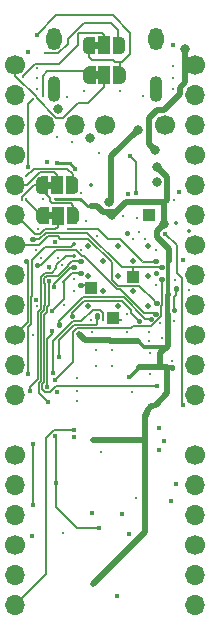
<source format=gbr>
%TF.GenerationSoftware,KiCad,Pcbnew,(5.1.6-0-10_14)*%
%TF.CreationDate,2022-03-10T02:19:49-06:00*%
%TF.ProjectId,Bonsai_C4,426f6e73-6169-45f4-9334-2e6b69636164,rev?*%
%TF.SameCoordinates,Original*%
%TF.FileFunction,Copper,L4,Bot*%
%TF.FilePolarity,Positive*%
%FSLAX46Y46*%
G04 Gerber Fmt 4.6, Leading zero omitted, Abs format (unit mm)*
G04 Created by KiCad (PCBNEW (5.1.6-0-10_14)) date 2022-03-10 02:19:49*
%MOMM*%
%LPD*%
G01*
G04 APERTURE LIST*
%TA.AperFunction,EtchedComponent*%
%ADD10C,0.100000*%
%TD*%
%TA.AperFunction,ComponentPad*%
%ADD11C,1.700000*%
%TD*%
%TA.AperFunction,ComponentPad*%
%ADD12O,1.700000X1.700000*%
%TD*%
%TA.AperFunction,SMDPad,CuDef*%
%ADD13C,0.100000*%
%TD*%
%TA.AperFunction,SMDPad,CuDef*%
%ADD14R,1.000000X1.500000*%
%TD*%
%TA.AperFunction,SMDPad,CuDef*%
%ADD15R,1.000000X1.000000*%
%TD*%
%TA.AperFunction,ComponentPad*%
%ADD16O,1.100000X2.200000*%
%TD*%
%TA.AperFunction,ComponentPad*%
%ADD17O,1.300000X1.900000*%
%TD*%
%TA.AperFunction,ViaPad*%
%ADD18C,0.500000*%
%TD*%
%TA.AperFunction,ViaPad*%
%ADD19C,0.250000*%
%TD*%
%TA.AperFunction,ViaPad*%
%ADD20C,0.800000*%
%TD*%
%TA.AperFunction,ViaPad*%
%ADD21C,0.450000*%
%TD*%
%TA.AperFunction,ViaPad*%
%ADD22C,0.350000*%
%TD*%
%TA.AperFunction,Conductor*%
%ADD23C,0.500000*%
%TD*%
%TA.AperFunction,Conductor*%
%ADD24C,0.250000*%
%TD*%
%TA.AperFunction,Conductor*%
%ADD25C,0.380000*%
%TD*%
%TA.AperFunction,Conductor*%
%ADD26C,0.450000*%
%TD*%
%TA.AperFunction,Conductor*%
%ADD27C,0.190000*%
%TD*%
%TA.AperFunction,Conductor*%
%ADD28C,0.127000*%
%TD*%
%TA.AperFunction,Conductor*%
%ADD29C,0.350000*%
%TD*%
G04 APERTURE END LIST*
D10*
%TO.C,JP4*%
G36*
X102710000Y-113050000D02*
G01*
X103210000Y-113050000D01*
X103210000Y-112450000D01*
X102710000Y-112450000D01*
X102710000Y-113050000D01*
G37*
%TO.C,JP3*%
G36*
X102670000Y-110480000D02*
G01*
X103170000Y-110480000D01*
X103170000Y-109880000D01*
X102670000Y-109880000D01*
X102670000Y-110480000D01*
G37*
%TO.C,JP1*%
G36*
X106629000Y-98643000D02*
G01*
X107129000Y-98643000D01*
X107129000Y-98043000D01*
X106629000Y-98043000D01*
X106629000Y-98643000D01*
G37*
%TO.C,JP2*%
G36*
X106673000Y-101153000D02*
G01*
X107173000Y-101153000D01*
X107173000Y-100553000D01*
X106673000Y-100553000D01*
X106673000Y-101153000D01*
G37*
%TD*%
D11*
%TO.P,J4,1*%
%TO.N,/PD3*%
X100000000Y-100000000D03*
D12*
%TO.P,J4,2*%
%TO.N,/PD2*%
X100000000Y-102540000D03*
%TO.P,J4,3*%
%TO.N,GND*%
X100000000Y-105080000D03*
%TO.P,J4,6*%
%TO.N,/PD0*%
X100000000Y-112700000D03*
%TO.P,J4,5*%
%TO.N,/PD1*%
X100000000Y-110160000D03*
D11*
%TO.P,J4,4*%
%TO.N,GND*%
X100000000Y-107620000D03*
%TO.P,J4,10*%
%TO.N,/B10*%
X100000000Y-122860000D03*
D12*
%TO.P,J4,8*%
%TO.N,/B8*%
X100000000Y-117780000D03*
D11*
%TO.P,J4,7*%
%TO.N,/A4*%
X100000000Y-115240000D03*
D12*
%TO.P,J4,11*%
%TO.N,/A8*%
X100000000Y-125400000D03*
%TO.P,J4,12*%
%TO.N,/B0*%
X100000000Y-127940000D03*
%TO.P,J4,9*%
%TO.N,/A3*%
X100000000Y-120320000D03*
%TD*%
D11*
%TO.P,J5,1*%
%TO.N,+5V*%
X115240000Y-100000000D03*
D12*
%TO.P,J5,2*%
%TO.N,GND*%
X115240000Y-102540000D03*
%TO.P,J5,3*%
%TO.N,/DFU*%
X115240000Y-105080000D03*
%TO.P,J5,6*%
%TO.N,/A6*%
X115240000Y-112700000D03*
%TO.P,J5,5*%
%TO.N,/A7*%
X115240000Y-110160000D03*
D11*
%TO.P,J5,4*%
%TO.N,+3V3*%
X115240000Y-107620000D03*
%TO.P,J5,10*%
%TO.N,/B14*%
X115240000Y-122860000D03*
D12*
%TO.P,J5,8*%
%TO.N,/A1*%
X115240000Y-117780000D03*
D11*
%TO.P,J5,7*%
%TO.N,/A5*%
X115240000Y-115240000D03*
D12*
%TO.P,J5,11*%
%TO.N,/B15*%
X115240000Y-125400000D03*
%TO.P,J5,12*%
%TO.N,/B1*%
X115240000Y-127940000D03*
%TO.P,J5,9*%
%TO.N,/B13*%
X115240000Y-120320000D03*
%TD*%
%TO.P,J1,3*%
%TO.N,/D+*%
X102540000Y-105080000D03*
%TO.P,J1,2*%
%TO.N,/D-*%
X105080000Y-105080000D03*
D11*
%TO.P,J1,1*%
%TO.N,VBUS*%
X107620000Y-105080000D03*
%TD*%
%TO.P,J2,1*%
%TO.N,/A10_5V*%
X112680000Y-105120000D03*
%TD*%
%TO.P,J7,1*%
%TO.N,/A0_FRAM_CS*%
X100000000Y-133020000D03*
D12*
%TO.P,J7,2*%
%TO.N,/B3_SCK*%
X100000000Y-135560000D03*
%TO.P,J7,3*%
%TO.N,/B4_MISO*%
X100000000Y-138100000D03*
%TO.P,J7,6*%
%TO.N,/C13*%
X100000000Y-145720000D03*
%TO.P,J7,5*%
%TO.N,/B12_FLASH_CS*%
X100000000Y-143180000D03*
D11*
%TO.P,J7,4*%
%TO.N,/B5_MOSI*%
X100000000Y-140640000D03*
%TD*%
%TO.P,J6,1*%
%TO.N,/C14*%
X115240000Y-133020000D03*
D12*
%TO.P,J6,2*%
%TO.N,/C15*%
X115240000Y-135560000D03*
%TO.P,J6,3*%
%TO.N,/A2*%
X115240000Y-138100000D03*
%TO.P,J6,6*%
%TO.N,/NRST*%
X115240000Y-145720000D03*
%TO.P,J6,5*%
%TO.N,/A13*%
X115240000Y-143180000D03*
D11*
%TO.P,J6,4*%
%TO.N,/A14*%
X115240000Y-140640000D03*
%TD*%
%TA.AperFunction,SMDPad,CuDef*%
D13*
%TO.P,JP4,1*%
%TO.N,/B6*%
G36*
X102860000Y-113500000D02*
G01*
X102310000Y-113500000D01*
X102310000Y-113499398D01*
X102285466Y-113499398D01*
X102236635Y-113494588D01*
X102188510Y-113485016D01*
X102141555Y-113470772D01*
X102096222Y-113451995D01*
X102052949Y-113428864D01*
X102012150Y-113401604D01*
X101974221Y-113370476D01*
X101939524Y-113335779D01*
X101908396Y-113297850D01*
X101881136Y-113257051D01*
X101858005Y-113213778D01*
X101839228Y-113168445D01*
X101824984Y-113121490D01*
X101815412Y-113073365D01*
X101810602Y-113024534D01*
X101810602Y-113000000D01*
X101810000Y-113000000D01*
X101810000Y-112500000D01*
X101810602Y-112500000D01*
X101810602Y-112475466D01*
X101815412Y-112426635D01*
X101824984Y-112378510D01*
X101839228Y-112331555D01*
X101858005Y-112286222D01*
X101881136Y-112242949D01*
X101908396Y-112202150D01*
X101939524Y-112164221D01*
X101974221Y-112129524D01*
X102012150Y-112098396D01*
X102052949Y-112071136D01*
X102096222Y-112048005D01*
X102141555Y-112029228D01*
X102188510Y-112014984D01*
X102236635Y-112005412D01*
X102285466Y-112000602D01*
X102310000Y-112000602D01*
X102310000Y-112000000D01*
X102860000Y-112000000D01*
X102860000Y-113500000D01*
G37*
%TD.AperFunction*%
D14*
%TO.P,JP4,2*%
%TO.N,/PD0*%
X103610000Y-112750000D03*
%TA.AperFunction,SMDPad,CuDef*%
D13*
%TO.P,JP4,3*%
%TO.N,/B9*%
G36*
X104910000Y-112000602D02*
G01*
X104934534Y-112000602D01*
X104983365Y-112005412D01*
X105031490Y-112014984D01*
X105078445Y-112029228D01*
X105123778Y-112048005D01*
X105167051Y-112071136D01*
X105207850Y-112098396D01*
X105245779Y-112129524D01*
X105280476Y-112164221D01*
X105311604Y-112202150D01*
X105338864Y-112242949D01*
X105361995Y-112286222D01*
X105380772Y-112331555D01*
X105395016Y-112378510D01*
X105404588Y-112426635D01*
X105409398Y-112475466D01*
X105409398Y-112500000D01*
X105410000Y-112500000D01*
X105410000Y-113000000D01*
X105409398Y-113000000D01*
X105409398Y-113024534D01*
X105404588Y-113073365D01*
X105395016Y-113121490D01*
X105380772Y-113168445D01*
X105361995Y-113213778D01*
X105338864Y-113257051D01*
X105311604Y-113297850D01*
X105280476Y-113335779D01*
X105245779Y-113370476D01*
X105207850Y-113401604D01*
X105167051Y-113428864D01*
X105123778Y-113451995D01*
X105078445Y-113470772D01*
X105031490Y-113485016D01*
X104983365Y-113494588D01*
X104934534Y-113499398D01*
X104910000Y-113499398D01*
X104910000Y-113500000D01*
X104360000Y-113500000D01*
X104360000Y-112000000D01*
X104910000Y-112000000D01*
X104910000Y-112000602D01*
G37*
%TD.AperFunction*%
%TD*%
%TA.AperFunction,SMDPad,CuDef*%
%TO.P,JP3,1*%
%TO.N,/B9*%
G36*
X102820000Y-110930000D02*
G01*
X102270000Y-110930000D01*
X102270000Y-110929398D01*
X102245466Y-110929398D01*
X102196635Y-110924588D01*
X102148510Y-110915016D01*
X102101555Y-110900772D01*
X102056222Y-110881995D01*
X102012949Y-110858864D01*
X101972150Y-110831604D01*
X101934221Y-110800476D01*
X101899524Y-110765779D01*
X101868396Y-110727850D01*
X101841136Y-110687051D01*
X101818005Y-110643778D01*
X101799228Y-110598445D01*
X101784984Y-110551490D01*
X101775412Y-110503365D01*
X101770602Y-110454534D01*
X101770602Y-110430000D01*
X101770000Y-110430000D01*
X101770000Y-109930000D01*
X101770602Y-109930000D01*
X101770602Y-109905466D01*
X101775412Y-109856635D01*
X101784984Y-109808510D01*
X101799228Y-109761555D01*
X101818005Y-109716222D01*
X101841136Y-109672949D01*
X101868396Y-109632150D01*
X101899524Y-109594221D01*
X101934221Y-109559524D01*
X101972150Y-109528396D01*
X102012949Y-109501136D01*
X102056222Y-109478005D01*
X102101555Y-109459228D01*
X102148510Y-109444984D01*
X102196635Y-109435412D01*
X102245466Y-109430602D01*
X102270000Y-109430602D01*
X102270000Y-109430000D01*
X102820000Y-109430000D01*
X102820000Y-110930000D01*
G37*
%TD.AperFunction*%
D14*
%TO.P,JP3,2*%
%TO.N,/PD1*%
X103570000Y-110180000D03*
%TA.AperFunction,SMDPad,CuDef*%
D13*
%TO.P,JP3,3*%
%TO.N,/B6*%
G36*
X104870000Y-109430602D02*
G01*
X104894534Y-109430602D01*
X104943365Y-109435412D01*
X104991490Y-109444984D01*
X105038445Y-109459228D01*
X105083778Y-109478005D01*
X105127051Y-109501136D01*
X105167850Y-109528396D01*
X105205779Y-109559524D01*
X105240476Y-109594221D01*
X105271604Y-109632150D01*
X105298864Y-109672949D01*
X105321995Y-109716222D01*
X105340772Y-109761555D01*
X105355016Y-109808510D01*
X105364588Y-109856635D01*
X105369398Y-109905466D01*
X105369398Y-109930000D01*
X105370000Y-109930000D01*
X105370000Y-110430000D01*
X105369398Y-110430000D01*
X105369398Y-110454534D01*
X105364588Y-110503365D01*
X105355016Y-110551490D01*
X105340772Y-110598445D01*
X105321995Y-110643778D01*
X105298864Y-110687051D01*
X105271604Y-110727850D01*
X105240476Y-110765779D01*
X105205779Y-110800476D01*
X105167850Y-110831604D01*
X105127051Y-110858864D01*
X105083778Y-110881995D01*
X105038445Y-110900772D01*
X104991490Y-110915016D01*
X104943365Y-110924588D01*
X104894534Y-110929398D01*
X104870000Y-110929398D01*
X104870000Y-110930000D01*
X104320000Y-110930000D01*
X104320000Y-109430000D01*
X104870000Y-109430000D01*
X104870000Y-109430602D01*
G37*
%TD.AperFunction*%
%TD*%
D15*
%TO.P,J8,1*%
%TO.N,/VBUS_DET*%
X111308000Y-112704000D03*
%TD*%
D16*
%TO.P,J3,S*%
%TO.N,Net-(FB1-Pad1)*%
X103320000Y-102000000D03*
D17*
X103320000Y-97800000D03*
X111920000Y-97800000D03*
D16*
X111920000Y-102000000D03*
%TD*%
%TA.AperFunction,SMDPad,CuDef*%
D13*
%TO.P,JP1,1*%
%TO.N,/A15*%
G36*
X106779000Y-99093000D02*
G01*
X106229000Y-99093000D01*
X106229000Y-99092398D01*
X106204466Y-99092398D01*
X106155635Y-99087588D01*
X106107510Y-99078016D01*
X106060555Y-99063772D01*
X106015222Y-99044995D01*
X105971949Y-99021864D01*
X105931150Y-98994604D01*
X105893221Y-98963476D01*
X105858524Y-98928779D01*
X105827396Y-98890850D01*
X105800136Y-98850051D01*
X105777005Y-98806778D01*
X105758228Y-98761445D01*
X105743984Y-98714490D01*
X105734412Y-98666365D01*
X105729602Y-98617534D01*
X105729602Y-98593000D01*
X105729000Y-98593000D01*
X105729000Y-98093000D01*
X105729602Y-98093000D01*
X105729602Y-98068466D01*
X105734412Y-98019635D01*
X105743984Y-97971510D01*
X105758228Y-97924555D01*
X105777005Y-97879222D01*
X105800136Y-97835949D01*
X105827396Y-97795150D01*
X105858524Y-97757221D01*
X105893221Y-97722524D01*
X105931150Y-97691396D01*
X105971949Y-97664136D01*
X106015222Y-97641005D01*
X106060555Y-97622228D01*
X106107510Y-97607984D01*
X106155635Y-97598412D01*
X106204466Y-97593602D01*
X106229000Y-97593602D01*
X106229000Y-97593000D01*
X106779000Y-97593000D01*
X106779000Y-99093000D01*
G37*
%TD.AperFunction*%
D14*
%TO.P,JP1,2*%
%TO.N,/PD2*%
X107529000Y-98343000D03*
%TA.AperFunction,SMDPad,CuDef*%
D13*
%TO.P,JP1,3*%
%TO.N,/B7*%
G36*
X108829000Y-97593602D02*
G01*
X108853534Y-97593602D01*
X108902365Y-97598412D01*
X108950490Y-97607984D01*
X108997445Y-97622228D01*
X109042778Y-97641005D01*
X109086051Y-97664136D01*
X109126850Y-97691396D01*
X109164779Y-97722524D01*
X109199476Y-97757221D01*
X109230604Y-97795150D01*
X109257864Y-97835949D01*
X109280995Y-97879222D01*
X109299772Y-97924555D01*
X109314016Y-97971510D01*
X109323588Y-98019635D01*
X109328398Y-98068466D01*
X109328398Y-98093000D01*
X109329000Y-98093000D01*
X109329000Y-98593000D01*
X109328398Y-98593000D01*
X109328398Y-98617534D01*
X109323588Y-98666365D01*
X109314016Y-98714490D01*
X109299772Y-98761445D01*
X109280995Y-98806778D01*
X109257864Y-98850051D01*
X109230604Y-98890850D01*
X109199476Y-98928779D01*
X109164779Y-98963476D01*
X109126850Y-98994604D01*
X109086051Y-99021864D01*
X109042778Y-99044995D01*
X108997445Y-99063772D01*
X108950490Y-99078016D01*
X108902365Y-99087588D01*
X108853534Y-99092398D01*
X108829000Y-99092398D01*
X108829000Y-99093000D01*
X108279000Y-99093000D01*
X108279000Y-97593000D01*
X108829000Y-97593000D01*
X108829000Y-97593602D01*
G37*
%TD.AperFunction*%
%TD*%
%TA.AperFunction,SMDPad,CuDef*%
%TO.P,JP2,1*%
%TO.N,/B7*%
G36*
X106823000Y-101603000D02*
G01*
X106273000Y-101603000D01*
X106273000Y-101602398D01*
X106248466Y-101602398D01*
X106199635Y-101597588D01*
X106151510Y-101588016D01*
X106104555Y-101573772D01*
X106059222Y-101554995D01*
X106015949Y-101531864D01*
X105975150Y-101504604D01*
X105937221Y-101473476D01*
X105902524Y-101438779D01*
X105871396Y-101400850D01*
X105844136Y-101360051D01*
X105821005Y-101316778D01*
X105802228Y-101271445D01*
X105787984Y-101224490D01*
X105778412Y-101176365D01*
X105773602Y-101127534D01*
X105773602Y-101103000D01*
X105773000Y-101103000D01*
X105773000Y-100603000D01*
X105773602Y-100603000D01*
X105773602Y-100578466D01*
X105778412Y-100529635D01*
X105787984Y-100481510D01*
X105802228Y-100434555D01*
X105821005Y-100389222D01*
X105844136Y-100345949D01*
X105871396Y-100305150D01*
X105902524Y-100267221D01*
X105937221Y-100232524D01*
X105975150Y-100201396D01*
X106015949Y-100174136D01*
X106059222Y-100151005D01*
X106104555Y-100132228D01*
X106151510Y-100117984D01*
X106199635Y-100108412D01*
X106248466Y-100103602D01*
X106273000Y-100103602D01*
X106273000Y-100103000D01*
X106823000Y-100103000D01*
X106823000Y-101603000D01*
G37*
%TD.AperFunction*%
D14*
%TO.P,JP2,2*%
%TO.N,/PD3*%
X107573000Y-100853000D03*
%TA.AperFunction,SMDPad,CuDef*%
D13*
%TO.P,JP2,3*%
%TO.N,/A15*%
G36*
X108873000Y-100103602D02*
G01*
X108897534Y-100103602D01*
X108946365Y-100108412D01*
X108994490Y-100117984D01*
X109041445Y-100132228D01*
X109086778Y-100151005D01*
X109130051Y-100174136D01*
X109170850Y-100201396D01*
X109208779Y-100232524D01*
X109243476Y-100267221D01*
X109274604Y-100305150D01*
X109301864Y-100345949D01*
X109324995Y-100389222D01*
X109343772Y-100434555D01*
X109358016Y-100481510D01*
X109367588Y-100529635D01*
X109372398Y-100578466D01*
X109372398Y-100603000D01*
X109373000Y-100603000D01*
X109373000Y-101103000D01*
X109372398Y-101103000D01*
X109372398Y-101127534D01*
X109367588Y-101176365D01*
X109358016Y-101224490D01*
X109343772Y-101271445D01*
X109324995Y-101316778D01*
X109301864Y-101360051D01*
X109274604Y-101400850D01*
X109243476Y-101438779D01*
X109208779Y-101473476D01*
X109170850Y-101504604D01*
X109130051Y-101531864D01*
X109086778Y-101554995D01*
X109041445Y-101573772D01*
X108994490Y-101588016D01*
X108946365Y-101597588D01*
X108897534Y-101602398D01*
X108873000Y-101602398D01*
X108873000Y-101603000D01*
X108323000Y-101603000D01*
X108323000Y-100103000D01*
X108873000Y-100103000D01*
X108873000Y-100103602D01*
G37*
%TD.AperFunction*%
%TD*%
D18*
%TO.N,GND*%
%TO.C,U3*%
X106172000Y-120440000D03*
X106172000Y-117890000D03*
X106172000Y-115340000D03*
X107447000Y-119165000D03*
X107447000Y-116615000D03*
X108722000Y-120440000D03*
X108722000Y-117890000D03*
X108722000Y-115340000D03*
X109997000Y-119165000D03*
X109997000Y-116615000D03*
X111272000Y-120440000D03*
X111272000Y-117890000D03*
X111272000Y-115340000D03*
%TD*%
D15*
%TO.P,J15,1*%
%TO.N,/BOOT0*%
X106410000Y-118922000D03*
%TD*%
%TO.P,J16,1*%
%TO.N,/NRST*%
X108281000Y-121436000D03*
%TD*%
%TO.P,J14,1*%
%TO.N,/B2*%
X109995000Y-117938000D03*
%TD*%
D19*
%TO.N,GND*%
X113463000Y-111466000D03*
X101821000Y-102049000D03*
X113358000Y-100082000D03*
D20*
X106364000Y-106197000D03*
D21*
X108654000Y-144953000D03*
D19*
X109438000Y-122625000D03*
X111341000Y-122625000D03*
X109468000Y-121056000D03*
X105992000Y-113227000D03*
X105619000Y-110824000D03*
D21*
X106483000Y-137914000D03*
X109675000Y-139714000D03*
D19*
X107277000Y-132790000D03*
D21*
X102681784Y-108250856D03*
X113878955Y-110795454D03*
X114199761Y-116483619D03*
D19*
X111432000Y-124390000D03*
X101959000Y-113925000D03*
X113356000Y-102029000D03*
X111973168Y-115634990D03*
X103994000Y-116978000D03*
X112426990Y-123150000D03*
D21*
X103394958Y-114962490D03*
D19*
X106496761Y-122615239D03*
X106825000Y-124136000D03*
X108213000Y-124113000D03*
X106858000Y-125479000D03*
X108213000Y-125524000D03*
X105275000Y-126524000D03*
X105239000Y-128442000D03*
X109875000Y-127707000D03*
X111435000Y-126192000D03*
X104809000Y-106488000D03*
X103545000Y-106066000D03*
X107109000Y-107421000D03*
X110870000Y-102605000D03*
X104370000Y-102688000D03*
X105255000Y-127593000D03*
D20*
X103665309Y-103763691D03*
D19*
X102383010Y-111367990D03*
X101833019Y-100268916D03*
X104116202Y-120346202D03*
D21*
X101777172Y-119875929D03*
D20*
X112051988Y-109880000D03*
%TO.N,+5V*%
X114373000Y-98687000D03*
X111870000Y-107200000D03*
D19*
%TO.N,+3V3*%
X113317000Y-125676000D03*
D21*
X110400000Y-123368000D03*
X109663000Y-126436002D03*
X106593000Y-131745000D03*
X106602000Y-143945000D03*
D19*
X108241000Y-112829000D03*
D20*
X112636133Y-113460933D03*
D21*
X105398000Y-122757000D03*
D19*
X103353000Y-111368000D03*
D20*
X112058119Y-108629149D03*
%TO.N,Net-(D1-Pad2)*%
X110430000Y-105467000D03*
X107981753Y-111607985D03*
D21*
%TO.N,VBUS*%
X109730000Y-107692000D03*
X110226356Y-110817020D03*
D19*
%TO.N,/A3*%
X112260066Y-121871066D03*
%TO.N,Net-(J3-PadA5)*%
X113352000Y-101090000D03*
X108870000Y-102225000D03*
%TO.N,Net-(J3-PadB5)*%
X105870000Y-102225000D03*
X101821000Y-101079000D03*
%TO.N,/NRST*%
X108972000Y-121585000D03*
X111323000Y-123332000D03*
D21*
X112202000Y-130748000D03*
X112186000Y-132581490D03*
D19*
%TO.N,/BOOT0*%
X105589000Y-118638000D03*
X103626000Y-116315000D03*
%TO.N,/B0*%
X112402000Y-118140000D03*
D21*
X103415880Y-126638750D03*
D19*
%TO.N,/B1*%
X111899000Y-117640000D03*
%TO.N,/B2*%
X112405000Y-117141000D03*
X113443637Y-120733363D03*
X113611000Y-118916000D03*
X102160000Y-116314000D03*
X101521058Y-114763337D03*
%TO.N,/B7*%
X104989000Y-118140000D03*
X101480000Y-102910000D03*
X102350000Y-102670000D03*
X102520000Y-98990000D03*
D21*
X101112532Y-108642532D03*
D19*
%TO.N,/B6*%
X105574000Y-117640000D03*
X104090000Y-118400000D03*
D21*
X103155450Y-120790457D03*
D19*
X100964479Y-109410733D03*
X100964479Y-111371081D03*
%TO.N,/A10*%
X109158000Y-112750000D03*
D22*
X106434000Y-110176000D03*
D19*
%TO.N,/B13*%
X110971000Y-114706000D03*
%TO.N,/B9*%
X100565263Y-111396313D03*
%TO.N,/B15*%
X109971000Y-114705000D03*
%TO.N,/B8*%
X104992000Y-119139000D03*
%TO.N,/B14*%
X110471000Y-114180000D03*
%TO.N,/A2*%
X111471000Y-121507000D03*
D21*
X113617000Y-135508000D03*
D19*
X103703490Y-121983000D03*
%TO.N,/DFU*%
X113272000Y-125040000D03*
D22*
X114756000Y-114041000D03*
X113623451Y-113358549D03*
D19*
X114710243Y-119068635D03*
D21*
%TO.N,/A14*%
X101061567Y-126156653D03*
X113219000Y-136957000D03*
D19*
X105001490Y-115140000D03*
%TO.N,/A13*%
X106972000Y-114452500D03*
D21*
X112576008Y-131812000D03*
D19*
%TO.N,/B10*%
X111908000Y-116640000D03*
X100956000Y-116573000D03*
X104480000Y-113880000D03*
%TO.N,/A15*%
X105593262Y-115638824D03*
D21*
X101822000Y-97440000D03*
D19*
%TO.N,/C13*%
X106472000Y-121621000D03*
D21*
X104990510Y-130885000D03*
D19*
%TO.N,/C14*%
X106971000Y-121135510D03*
D21*
X103707490Y-124758000D03*
X104990510Y-131539929D03*
D19*
%TO.N,/C15*%
X107471000Y-121595000D03*
D21*
X103237511Y-126065876D03*
%TO.N,Net-(C12-Pad1)*%
X113359000Y-98304000D03*
X112025002Y-127168000D03*
X101081133Y-98877986D03*
X102841490Y-117148510D03*
X102911515Y-118302532D03*
D19*
%TO.N,/VBUS_DET*%
X111507000Y-112408000D03*
%TO.N,Net-(D3-Pad-)*%
X101504969Y-122852294D03*
X101798069Y-115659441D03*
D21*
%TO.N,Net-(D5-Pad1)*%
X103522000Y-108291000D03*
X105107000Y-108774000D03*
D19*
X110330000Y-112930000D03*
D21*
%TO.N,/A10_5V*%
X109565743Y-110891954D03*
D19*
%TO.N,/A8*%
X109471000Y-114209000D03*
X101820000Y-120390000D03*
%TO.N,/A4*%
X111969000Y-120139000D03*
%TO.N,/A6*%
X113506000Y-118201000D03*
%TO.N,/A7*%
X111914000Y-118641000D03*
%TO.N,/A0_FRAM_CS*%
X110474000Y-121639000D03*
X104841000Y-121266000D03*
D21*
X103589379Y-127666977D03*
D19*
%TO.N,/B3_SCK*%
X104996807Y-116149244D03*
D21*
X101254000Y-127582000D03*
D19*
X110245000Y-136635000D03*
D21*
X101442000Y-139874000D03*
%TO.N,/B4_MISO*%
X103463000Y-135365000D03*
D19*
X105565000Y-116640000D03*
D21*
X102811000Y-128555000D03*
X103398490Y-131414808D03*
X107067000Y-139194000D03*
%TO.N,/B12_FLASH_CS*%
X114208000Y-128781000D03*
X112692000Y-114284000D03*
D19*
%TO.N,/B5_MOSI*%
X104994000Y-117140000D03*
D21*
X109040500Y-137995500D03*
X103103000Y-122524000D03*
X102738000Y-127254000D03*
X101509000Y-132132000D03*
D19*
X104025000Y-139668000D03*
D21*
X103320000Y-118780000D03*
X101490000Y-137290000D03*
D19*
%TO.N,Net-(Q2-Pad6)*%
X113482000Y-121666000D03*
X101838000Y-116959000D03*
X111928000Y-121096000D03*
%TO.N,/PD2*%
X100650000Y-101060002D03*
%TD*%
D23*
%TO.N,+5V*%
X112603001Y-103819999D02*
X112055999Y-103819999D01*
X113939999Y-102483001D02*
X112603001Y-103819999D01*
X111379999Y-106709999D02*
X111870000Y-107200000D01*
X111379999Y-104495999D02*
X111379999Y-106709999D01*
X113939999Y-101915999D02*
X113939999Y-102483001D01*
X112055999Y-103819999D02*
X111379999Y-104495999D01*
X114373000Y-101482998D02*
X113939999Y-101915999D01*
X114373000Y-98687000D02*
X114373000Y-101482998D01*
%TO.N,+3V3*%
X110942000Y-131745000D02*
X106593000Y-131745000D01*
X111041000Y-131844000D02*
X110942000Y-131745000D01*
X111041000Y-139506000D02*
X106602000Y-143945000D01*
X111041000Y-131844000D02*
X111041000Y-139506000D01*
D24*
X109663000Y-126436002D02*
X110488632Y-125610370D01*
D23*
X111591685Y-128887653D02*
X111610401Y-128850921D01*
X111206613Y-129338760D02*
X111202774Y-129314522D01*
X111465198Y-128955718D02*
X111591685Y-128887653D01*
X111146898Y-129484660D02*
X111177011Y-129422130D01*
X111395297Y-129041490D02*
X111400219Y-129017453D01*
X111243565Y-129258380D02*
X111241914Y-129233905D01*
X111907659Y-128754337D02*
X112879349Y-127782651D01*
X111400219Y-129017453D02*
X111458140Y-128979219D01*
X111177011Y-129422130D02*
X111171016Y-129398338D01*
X111148129Y-129488177D02*
X111146898Y-129484660D01*
X111610401Y-128850921D02*
X111907659Y-128754337D01*
X111171016Y-129398338D02*
X111206613Y-129338760D01*
X111041000Y-129621000D02*
X111145493Y-129516507D01*
X111458140Y-128979219D02*
X111465198Y-128955718D01*
X111338289Y-129109143D02*
X111341037Y-129084761D01*
X111041000Y-131844000D02*
X111041000Y-129621000D01*
X111145493Y-129490812D02*
X111148129Y-129488177D01*
X111288129Y-129157101D02*
X111338289Y-129109143D01*
X111145493Y-129516507D02*
X111145493Y-129490812D01*
X111202774Y-129314522D02*
X111243565Y-129258380D01*
X111341037Y-129084761D02*
X111395297Y-129041490D01*
X111241914Y-129233905D02*
X111287578Y-129181637D01*
X112879349Y-127782651D02*
X112879349Y-125610370D01*
X111287578Y-129181637D02*
X111288129Y-129157101D01*
X111241914Y-129233905D02*
X111241914Y-129233905D01*
X112882000Y-125607719D02*
X112879349Y-125610370D01*
D24*
X110488632Y-125610370D02*
X110669370Y-125610370D01*
D23*
X112879349Y-125610370D02*
X110488632Y-125610370D01*
X110375000Y-123393000D02*
X110400000Y-123368000D01*
X108021999Y-123393000D02*
X110375000Y-123393000D01*
X112636133Y-111641133D02*
X112636133Y-113460933D01*
X112299370Y-125610370D02*
X112299370Y-124394630D01*
D24*
X110669370Y-125610370D02*
X112299370Y-125610370D01*
X112299370Y-125610370D02*
X112879349Y-125610370D01*
D23*
X112299370Y-124394630D02*
X112826500Y-123867500D01*
D25*
X110899500Y-123867500D02*
X110400000Y-123368000D01*
X112826500Y-123867500D02*
X110899500Y-123867500D01*
D23*
X106935000Y-111974000D02*
X106403000Y-111974000D01*
X107239000Y-112278000D02*
X106935000Y-111974000D01*
X112636133Y-113460933D02*
X112579067Y-113460933D01*
X112579067Y-113460933D02*
X112012000Y-114028000D01*
X112012000Y-114028000D02*
X112012000Y-114539000D01*
X113065000Y-115592000D02*
X113065000Y-116589000D01*
X112012000Y-114539000D02*
X113065000Y-115592000D01*
X108584000Y-112460000D02*
X109402867Y-111641133D01*
X109402867Y-111641133D02*
X112636133Y-111641133D01*
X108182000Y-112888000D02*
X108241000Y-112829000D01*
X107754000Y-112460000D02*
X108182000Y-112888000D01*
X108584000Y-112486000D02*
X108182000Y-112888000D01*
X108584000Y-112460000D02*
X108584000Y-112486000D01*
D25*
X112983999Y-119379999D02*
X112983999Y-116670001D01*
X112983999Y-116670001D02*
X113065000Y-116589000D01*
D23*
X112951991Y-123742009D02*
X112951991Y-121125615D01*
X112826500Y-123867500D02*
X112951991Y-123742009D01*
D26*
X112983999Y-119379999D02*
X112877020Y-119486978D01*
X112877020Y-119486978D02*
X112877020Y-120510128D01*
X112877020Y-120510128D02*
X112843628Y-120543520D01*
X112843628Y-121017252D02*
X112951991Y-121125615D01*
X112843628Y-120543520D02*
X112843628Y-121017252D01*
X113251370Y-125610370D02*
X113317000Y-125676000D01*
X112879349Y-125610370D02*
X113251370Y-125610370D01*
D23*
X105916000Y-123275000D02*
X105398000Y-122757000D01*
X108039000Y-123275000D02*
X105916000Y-123275000D01*
X107430000Y-112460000D02*
X108584000Y-112460000D01*
X107120000Y-112150000D02*
X107430000Y-112460000D01*
D24*
X103361000Y-111360000D02*
X103353000Y-111368000D01*
X105530000Y-111360000D02*
X103361000Y-111360000D01*
X106144000Y-111974000D02*
X105530000Y-111360000D01*
X106403000Y-111974000D02*
X106144000Y-111974000D01*
D23*
X112636133Y-111641133D02*
X112880001Y-111397265D01*
X112880001Y-111397265D02*
X112880001Y-109451031D01*
X112880001Y-109451031D02*
X112058119Y-108629149D01*
%TO.N,Net-(D1-Pad2)*%
X108153000Y-107744000D02*
X108153000Y-111436738D01*
X108153000Y-111436738D02*
X107981753Y-111607985D01*
X110430000Y-105467000D02*
X108153000Y-107744000D01*
D27*
%TO.N,VBUS*%
X110226356Y-108188356D02*
X110226356Y-110817020D01*
X109730000Y-107692000D02*
X110226356Y-108188356D01*
D28*
%TO.N,/NRST*%
X108430000Y-121585000D02*
X108281000Y-121436000D01*
X108972000Y-121585000D02*
X108430000Y-121585000D01*
D26*
%TO.N,/BOOT0*%
X105589000Y-118638000D02*
X105508000Y-118638000D01*
D28*
X106126000Y-118638000D02*
X106410000Y-118922000D01*
X105589000Y-118638000D02*
X106126000Y-118638000D01*
D26*
%TO.N,/B0*%
X112402000Y-118140000D02*
X112398000Y-118140000D01*
D28*
X110021490Y-122081510D02*
X109972510Y-122081510D01*
X112366510Y-120400490D02*
X112366510Y-121291490D01*
X112097583Y-121532563D02*
X111548636Y-122081510D01*
X111548636Y-122081510D02*
X110021490Y-122081510D01*
X112402000Y-118140000D02*
X112438510Y-118176510D01*
X112438510Y-118176510D02*
X112438510Y-120328490D01*
X112366510Y-121291490D02*
X112125437Y-121532563D01*
X112125437Y-121532563D02*
X112097583Y-121532563D01*
X112438510Y-120328490D02*
X112366510Y-120400490D01*
X110021490Y-122081510D02*
X109855990Y-122247010D01*
X109855990Y-122247010D02*
X107018742Y-122247010D01*
X107007219Y-122258533D02*
X105239467Y-122258533D01*
X107018742Y-122247010D02*
X107007219Y-122258533D01*
X104897033Y-125157597D02*
X103415880Y-126638750D01*
X105239467Y-122258533D02*
X104897033Y-122600967D01*
X104897033Y-122600967D02*
X104897033Y-125157597D01*
D26*
%TO.N,/B1*%
X111899000Y-117640000D02*
X111909000Y-117640000D01*
%TO.N,/B2*%
X113452885Y-120724115D02*
X113443637Y-120733363D01*
X113452885Y-120721885D02*
X113452885Y-120724115D01*
D28*
X113443637Y-120733363D02*
X113443637Y-119682363D01*
X113611000Y-119515000D02*
X113611000Y-118916000D01*
X113443637Y-119682363D02*
X113611000Y-119515000D01*
D26*
X113611000Y-118916000D02*
X113611000Y-118972000D01*
D28*
X109995000Y-117147000D02*
X110001000Y-117141000D01*
X109995000Y-117938000D02*
X109995000Y-117147000D01*
X112405000Y-117141000D02*
X110001000Y-117141000D01*
D26*
X112405000Y-117141000D02*
X112318000Y-117141000D01*
X101475000Y-114736000D02*
X101502337Y-114763337D01*
X101502337Y-114763337D02*
X101521058Y-114763337D01*
D28*
X102624742Y-114197010D02*
X102058415Y-114763337D01*
X109050734Y-117141000D02*
X106128236Y-114218502D01*
X104296026Y-114197010D02*
X102624742Y-114197010D01*
X104317518Y-114218502D02*
X104296026Y-114197010D01*
X110001000Y-117141000D02*
X109050734Y-117141000D01*
X106128236Y-114218502D02*
X104317518Y-114218502D01*
X102058415Y-114763337D02*
X101521058Y-114763337D01*
%TO.N,/B7*%
X106229000Y-100809000D02*
X106273000Y-100853000D01*
X102350000Y-100910000D02*
X102740000Y-100520000D01*
X105940000Y-100520000D02*
X106273000Y-100853000D01*
X102350000Y-102670000D02*
X102350000Y-100910000D01*
X104990000Y-100520000D02*
X105940000Y-100520000D01*
X102740000Y-100520000D02*
X104990000Y-100520000D01*
X108801000Y-98315000D02*
X108829000Y-98343000D01*
X106110000Y-100690000D02*
X106273000Y-100853000D01*
X108829000Y-98343000D02*
X108829000Y-98251000D01*
X108829000Y-98251000D02*
X108750000Y-98172000D01*
X108750000Y-98172000D02*
X108750000Y-97060000D01*
X108750000Y-97060000D02*
X108120000Y-96430000D01*
X108120000Y-96430000D02*
X105810000Y-96430000D01*
X105810000Y-96430000D02*
X104450000Y-97790000D01*
X104450000Y-97790000D02*
X104450000Y-98191187D01*
X104450000Y-98191187D02*
X103651187Y-98990000D01*
X103651187Y-98990000D02*
X102520000Y-98990000D01*
X101112532Y-103277468D02*
X101112532Y-108642532D01*
X101480000Y-102910000D02*
X101112532Y-103277468D01*
D26*
%TO.N,/B6*%
X105574000Y-117640000D02*
X105487000Y-117640000D01*
D28*
X105574000Y-117640000D02*
X104796000Y-117640000D01*
X104796000Y-117640000D02*
X104106000Y-118330000D01*
X104106000Y-118330000D02*
X104106000Y-118384000D01*
X104106000Y-118384000D02*
X104090000Y-118400000D01*
X104106000Y-119839907D02*
X103155450Y-120790457D01*
X104106000Y-118330000D02*
X104106000Y-119839907D01*
X104410000Y-108790000D02*
X101585212Y-108790000D01*
X104870000Y-110180000D02*
X104870000Y-109250000D01*
X101585212Y-108790000D02*
X100964479Y-109410733D01*
X104870000Y-109250000D02*
X104410000Y-108790000D01*
X100964479Y-111404479D02*
X100964479Y-111371081D01*
X102310000Y-112750000D02*
X100964479Y-111404479D01*
%TO.N,/B9*%
X104710000Y-111710000D02*
X104910000Y-111910000D01*
X104910000Y-111910000D02*
X104910000Y-112750000D01*
X102970000Y-111560000D02*
X103120000Y-111710000D01*
X102270000Y-110180000D02*
X102270000Y-110550000D01*
X103120000Y-111710000D02*
X104710000Y-111710000D01*
X102970000Y-111250000D02*
X102970000Y-111560000D01*
X102270000Y-110550000D02*
X102970000Y-111250000D01*
X101600000Y-110180000D02*
X100565263Y-111214737D01*
X102270000Y-110180000D02*
X101600000Y-110180000D01*
X100565263Y-111214737D02*
X100565263Y-111396313D01*
D26*
%TO.N,/A2*%
X111471000Y-121507000D02*
X111471000Y-121504000D01*
D28*
X111471000Y-121507000D02*
X111036000Y-121507000D01*
X111036000Y-121507000D02*
X109211990Y-119682990D01*
X109211990Y-119682990D02*
X105737010Y-119682990D01*
X105737010Y-119682990D02*
X103703490Y-121716510D01*
X103703490Y-121716510D02*
X103703490Y-121983000D01*
D26*
X103703490Y-121983000D02*
X103703490Y-121895510D01*
D28*
%TO.N,/A14*%
X101338671Y-119665448D02*
X101399490Y-119604629D01*
X101399490Y-116537510D02*
X102536000Y-115401000D01*
X101338671Y-120086410D02*
X101338671Y-119665448D01*
D29*
X105005000Y-115140000D02*
X105001490Y-115140000D01*
D28*
X101061567Y-126156653D02*
X101069976Y-126148244D01*
X101069976Y-126148244D02*
X101069976Y-122209481D01*
X101399490Y-119604629D02*
X101399490Y-116537510D01*
X104740490Y-115401000D02*
X105001490Y-115140000D01*
X101069976Y-122209481D02*
X101340512Y-121938945D01*
X101340512Y-121938945D02*
X101340512Y-120088251D01*
X101340512Y-120088251D02*
X101338671Y-120086410D01*
X102536000Y-115401000D02*
X104740490Y-115401000D01*
%TO.N,/B10*%
X110791991Y-116650009D02*
X111843325Y-116650009D01*
D26*
X111908000Y-116640000D02*
X111853334Y-116640000D01*
D28*
X107022502Y-113892502D02*
X107895000Y-114765000D01*
X110235982Y-116094000D02*
X110775982Y-116634000D01*
X107895000Y-114765000D02*
X108906982Y-114765000D01*
X108906982Y-114765000D02*
X110235982Y-116094000D01*
D26*
X100956000Y-116573000D02*
X100956000Y-116583000D01*
D28*
X107022502Y-113892502D02*
X104492502Y-113892502D01*
X104492502Y-113892502D02*
X104480000Y-113880000D01*
X101063501Y-120202992D02*
X101063501Y-121796499D01*
X101080999Y-119531368D02*
X101061660Y-119550707D01*
X101080999Y-116697999D02*
X101080999Y-119531368D01*
X100956000Y-116573000D02*
X101080999Y-116697999D01*
X101061660Y-119550707D02*
X101061661Y-120201152D01*
X101061661Y-120201152D02*
X101063501Y-120202992D01*
X101063501Y-121796499D02*
X100000000Y-122860000D01*
%TO.N,/A15*%
X108801000Y-100258000D02*
X108840000Y-100297000D01*
X108829000Y-100809000D02*
X108873000Y-100853000D01*
X108873000Y-100853000D02*
X108873000Y-99783000D01*
X106490000Y-99600000D02*
X106229000Y-99339000D01*
X108873000Y-99783000D02*
X108867498Y-99788502D01*
X108867498Y-99788502D02*
X108460000Y-99788502D01*
X106229000Y-99339000D02*
X106229000Y-98620010D01*
X108460000Y-99788502D02*
X108271498Y-99600000D01*
X108271498Y-99600000D02*
X106490000Y-99600000D01*
X108873000Y-99783000D02*
X109027000Y-99783000D01*
X109027000Y-99783000D02*
X109760000Y-99050000D01*
X109760000Y-97307000D02*
X108265000Y-95812000D01*
X109760000Y-99050000D02*
X109760000Y-97307000D01*
X108265000Y-95812000D02*
X103450000Y-95812000D01*
X103450000Y-95812000D02*
X101822000Y-97440000D01*
%TO.N,/C13*%
X100000000Y-145720000D02*
X102592000Y-143128000D01*
X102592000Y-143128000D02*
X102592000Y-131597314D01*
X103304314Y-130885000D02*
X104990510Y-130885000D01*
X102592000Y-131597314D02*
X103304314Y-130885000D01*
D26*
%TO.N,/C14*%
X106971000Y-121305000D02*
X106971000Y-121159510D01*
D28*
X106971000Y-121135510D02*
X106971000Y-121305000D01*
X103707490Y-123285014D02*
X103707490Y-124758000D01*
X105010982Y-121981522D02*
X103707490Y-123285014D01*
X106892478Y-121981522D02*
X105010982Y-121981522D01*
X106971000Y-121903000D02*
X106892478Y-121981522D01*
X106971000Y-121305000D02*
X106971000Y-121903000D01*
%TO.N,/C15*%
X103237511Y-123361489D02*
X103237511Y-126065876D01*
X106576982Y-120721000D02*
X105593471Y-121704511D01*
X107471000Y-120973000D02*
X107219000Y-120721000D01*
X104894489Y-121704511D02*
X103237511Y-123361489D01*
X105593471Y-121704511D02*
X104894489Y-121704511D01*
X107471000Y-121595000D02*
X107471000Y-120973000D01*
X107219000Y-120721000D02*
X106576982Y-120721000D01*
D24*
%TO.N,Net-(C12-Pad1)*%
X102854000Y-117221000D02*
X102854000Y-117161020D01*
X102854000Y-117161020D02*
X102841490Y-117148510D01*
D28*
X102527518Y-127692502D02*
X102299498Y-127464482D01*
X102460989Y-126866027D02*
X102460989Y-121153497D01*
X102299498Y-127027518D02*
X102460989Y-126866027D01*
X102299498Y-127464482D02*
X102299498Y-127027518D01*
X102716948Y-120897538D02*
X102716948Y-120472654D01*
X102881498Y-120308104D02*
X102881498Y-118332549D01*
X102940482Y-127692502D02*
X102527518Y-127692502D01*
X103464984Y-127168000D02*
X102940482Y-127692502D01*
X102460989Y-121153497D02*
X102716948Y-120897538D01*
X102716948Y-120472654D02*
X102881498Y-120308104D01*
X102881498Y-118332549D02*
X102911515Y-118302532D01*
X112025002Y-127168000D02*
X103464984Y-127168000D01*
D24*
%TO.N,Net-(D5-Pad1)*%
X104624000Y-108291000D02*
X105107000Y-108774000D01*
X103522000Y-108291000D02*
X104624000Y-108291000D01*
D26*
%TO.N,/A8*%
X109471000Y-114209000D02*
X109463000Y-114209000D01*
%TO.N,/A4*%
X112000000Y-120138000D02*
X111964269Y-120138000D01*
D28*
X100000000Y-115240000D02*
X102046248Y-115240000D01*
X102762259Y-114523989D02*
X103605439Y-114523989D01*
X103605439Y-114523989D02*
X103776461Y-114695011D01*
X106212993Y-114695011D02*
X108207491Y-116689509D01*
X108207491Y-118166491D02*
X108742499Y-118701499D01*
X103776461Y-114695011D02*
X106212993Y-114695011D01*
X110531499Y-118701499D02*
X111844001Y-120014001D01*
X108742499Y-118701499D02*
X110531499Y-118701499D01*
X102046248Y-115240000D02*
X102762259Y-114523989D01*
X108207491Y-116689509D02*
X108207491Y-118166491D01*
X111844001Y-120014001D02*
X111969000Y-120139000D01*
D26*
%TO.N,/A0_FRAM_CS*%
X110474000Y-121639000D02*
X110478000Y-121643000D01*
D28*
X109806501Y-120971501D02*
X109806501Y-120733501D01*
X110474000Y-121639000D02*
X109806501Y-120971501D01*
X109049499Y-119976499D02*
X105858501Y-119976499D01*
X109806501Y-120733501D02*
X109049499Y-119976499D01*
X105858501Y-119976499D02*
X104838500Y-120996500D01*
X104838500Y-120996500D02*
X104838500Y-121226500D01*
D26*
X104841000Y-121229000D02*
X104838500Y-121226500D01*
X104841000Y-121266000D02*
X104841000Y-121229000D01*
D29*
%TO.N,/B3_SCK*%
X104996807Y-116149193D02*
X104996807Y-116149244D01*
D28*
X102221927Y-118637151D02*
X102195993Y-118611217D01*
X102221927Y-120184171D02*
X102221927Y-118637151D01*
X104321774Y-116149244D02*
X104996807Y-116149244D01*
X101254000Y-127582000D02*
X101254000Y-127263802D01*
X103502018Y-116969000D02*
X104321774Y-116149244D01*
X103502018Y-117193230D02*
X103502018Y-116969000D01*
X101906967Y-120914015D02*
X102162926Y-120658056D01*
X101254000Y-127263802D02*
X101906967Y-126610835D01*
X102195993Y-118611217D02*
X102195993Y-117960773D01*
X101906967Y-126610835D02*
X101906967Y-120914015D01*
X103108237Y-117587011D02*
X103502018Y-117193230D01*
X102569755Y-117587011D02*
X103108237Y-117587011D01*
X102162926Y-120243172D02*
X102221927Y-120184171D01*
X102195993Y-117960773D02*
X102569755Y-117587011D01*
X102162926Y-120658056D02*
X102162926Y-120243172D01*
D29*
%TO.N,/B4_MISO*%
X105565000Y-116640000D02*
X105565000Y-116641000D01*
D26*
X105565000Y-116640000D02*
X105484000Y-116640000D01*
D28*
X103463000Y-131479318D02*
X103398490Y-131414808D01*
X103463000Y-135365000D02*
X103463000Y-131479318D01*
X103463000Y-137425000D02*
X105232000Y-139194000D01*
X105232000Y-139194000D02*
X107067000Y-139194000D01*
X103463000Y-135365000D02*
X103463000Y-137425000D01*
X102498938Y-118522410D02*
X102498938Y-120298912D01*
X103608960Y-117864022D02*
X102684496Y-117864022D01*
X102473004Y-118496476D02*
X102498938Y-118522410D01*
X102022487Y-127766487D02*
X102811000Y-128555000D01*
X102684496Y-117864022D02*
X102473004Y-118075514D01*
X104461489Y-116958363D02*
X104461489Y-117011493D01*
X105565000Y-116640000D02*
X104779852Y-116640000D01*
X102183978Y-126751286D02*
X102022487Y-126912777D01*
X102022487Y-126912777D02*
X102022487Y-127766487D01*
X104461489Y-117011493D02*
X103608960Y-117864022D01*
X102498938Y-120298912D02*
X102439937Y-120357913D01*
X104779852Y-116640000D02*
X104461489Y-116958363D01*
X102183978Y-121038756D02*
X102183978Y-126751286D01*
X102439937Y-120357913D02*
X102439937Y-120782797D01*
X102473004Y-118075514D02*
X102473004Y-118496476D01*
X102439937Y-120782797D02*
X102183978Y-121038756D01*
%TO.N,/B12_FLASH_CS*%
X113684501Y-117584519D02*
X113684501Y-115276501D01*
X113684501Y-115276501D02*
X112692000Y-114284000D01*
X114170000Y-118070018D02*
X113684501Y-117584519D01*
X114170000Y-128743000D02*
X114170000Y-118070018D01*
X114208000Y-128781000D02*
X114170000Y-128743000D01*
%TO.N,/B5_MOSI*%
X103103000Y-122524000D02*
X103103000Y-122822000D01*
X103103000Y-122822000D02*
X102738000Y-123187000D01*
X102738000Y-123187000D02*
X102738000Y-127254000D01*
D26*
X104994000Y-117140000D02*
X104900000Y-117140000D01*
D28*
X104994000Y-117140000D02*
X104724734Y-117140000D01*
X103320000Y-118544734D02*
X103320000Y-118780000D01*
X104724734Y-117140000D02*
X103320000Y-118544734D01*
X101509000Y-137271000D02*
X101490000Y-137290000D01*
X101509000Y-132132000D02*
X101509000Y-137271000D01*
D26*
%TO.N,Net-(Q2-Pad6)*%
X101838000Y-116959000D02*
X101838000Y-116963000D01*
D28*
X105858248Y-116209000D02*
X108627758Y-118978510D01*
X101838000Y-116959000D02*
X102237000Y-116959000D01*
X111803001Y-120971001D02*
X111928000Y-121096000D01*
X102237000Y-116959000D02*
X103498989Y-115697011D01*
X108627758Y-118978510D02*
X108914758Y-118978510D01*
X103498989Y-115697011D02*
X105139011Y-115697011D01*
X110907249Y-120971001D02*
X111803001Y-120971001D01*
X105651000Y-116209000D02*
X105858248Y-116209000D01*
X105139011Y-115697011D02*
X105651000Y-116209000D01*
X108914758Y-118978510D02*
X110907249Y-120971001D01*
D26*
X111928000Y-121096000D02*
X111879500Y-121047500D01*
D28*
%TO.N,/PD3*%
X100000000Y-100000000D02*
X100024565Y-100024565D01*
X100000000Y-100929016D02*
X100000000Y-100000000D01*
X101818502Y-102747518D02*
X100000000Y-100929016D01*
X103503982Y-104470000D02*
X101818502Y-102784520D01*
X105330000Y-103200000D02*
X104060000Y-104470000D01*
X101818502Y-102784520D02*
X101818502Y-102747518D01*
X106210000Y-103200000D02*
X105330000Y-103200000D01*
X104060000Y-104470000D02*
X103503982Y-104470000D01*
X107573000Y-101837000D02*
X106210000Y-103200000D01*
X107573000Y-100853000D02*
X107573000Y-101837000D01*
%TO.N,/PD2*%
X100391750Y-102540000D02*
X100195875Y-102344125D01*
X107358752Y-97295752D02*
X105336000Y-97295752D01*
X101669585Y-99930415D02*
X100650000Y-100950000D01*
X103681337Y-99930415D02*
X101669585Y-99930415D01*
X105336000Y-97295752D02*
X105336000Y-98275752D01*
X100650000Y-100950000D02*
X100650000Y-101060002D01*
X107529000Y-97466000D02*
X107358752Y-97295752D01*
X105336000Y-98275752D02*
X103681337Y-99930415D01*
X107529000Y-98343000D02*
X107529000Y-97466000D01*
%TO.N,/PD0*%
X100000000Y-112700000D02*
X100090000Y-112700000D01*
X100090000Y-112700000D02*
X101720000Y-114330000D01*
X101720000Y-114330000D02*
X102080000Y-114330000D01*
X102080000Y-114330000D02*
X102530000Y-113880000D01*
X102530000Y-113880000D02*
X103410000Y-113880000D01*
X103610000Y-113680000D02*
X103610000Y-112750000D01*
X103410000Y-113880000D02*
X103610000Y-113680000D01*
%TO.N,/PD1*%
X100000000Y-110160000D02*
X101034348Y-110160000D01*
X101034348Y-110160000D02*
X102127337Y-109067011D01*
X102127337Y-109067011D02*
X103334011Y-109067011D01*
X103334011Y-109067011D02*
X103570000Y-109303000D01*
X103570000Y-109303000D02*
X103570000Y-110180000D01*
%TD*%
M02*

</source>
